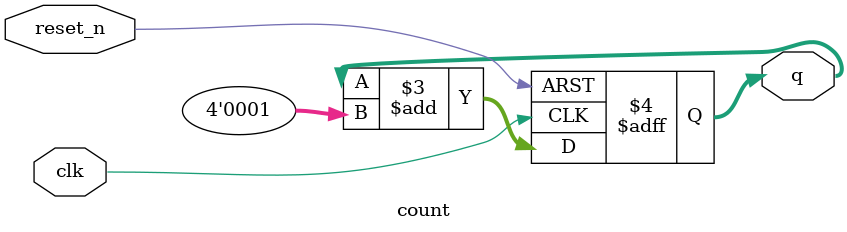
<source format=v>
`timescale 1ns/100ps
module count(clk,reset_n,q);
input clk;
input reset_n;
output [3:0] q;

reg [3:0] q;

always@( posedge clk or negedge reset_n)
begin
	if(!reset_n)
		q<=4'h0;
	else
		q<=q + 4'h1;
end

endmodule

</source>
